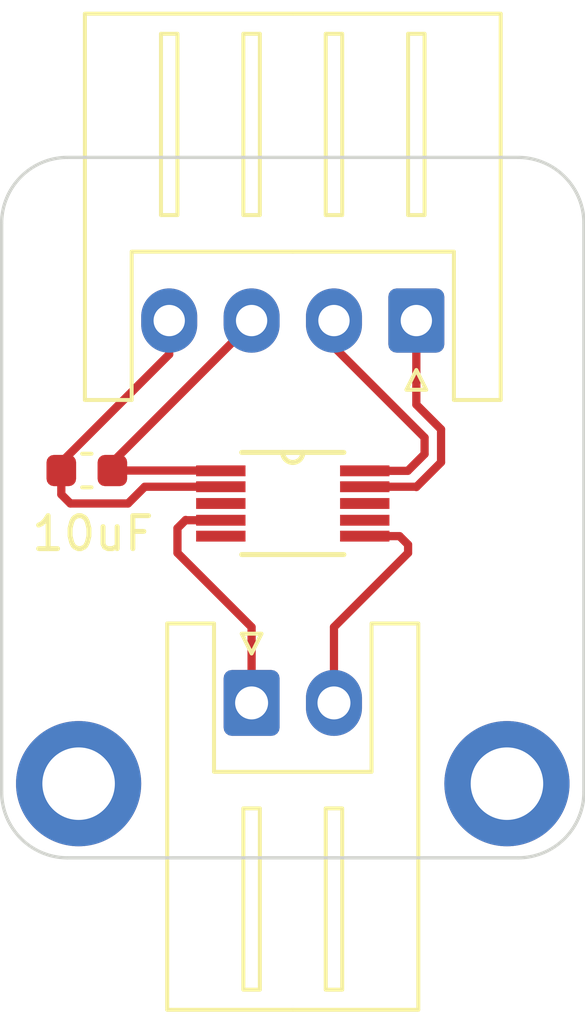
<source format=kicad_pcb>
(kicad_pcb (version 20221018) (generator pcbnew)
  (layers (0 "F.Cu" signal) (31 "B.Cu" signal) (34 "B.Paste" user) (35 "F.Paste" user) (36 "B.SilkS" user "B.Silkscreen") (37 "F.SilkS" user "F.Silkscreen") (38 "B.Mask" user) (39 "F.Mask" user) (44 "Edge.Cuts" user))
  (net 0 "")
  (footprint "ICLR:SOP50P490X110-10N" (layer "F.Cu") (at 179 122.5)
    (fp_text reference "REF**" hide)
    (fp_text value "SOP50P490X110-10N" hide)
    (fp_line (start -1.5494 1.5494) (end 1.5494 1.5494) (stroke (width 0.1524)) (layer "F.SilkS"))
    (fp_line (start -0.3048 -1.5494) (end -1.5494 -1.5494) (stroke (width 0.1524)) (layer "F.SilkS"))
    (fp_line (start 0.3048 -1.5494) (end -0.3048 -1.5494) (stroke (width 0.1524)) (layer "F.SilkS"))
    (fp_line (start 1.5494 -1.5494) (end 0.3048 -1.5494) (stroke (width 0.1524)) (layer "F.SilkS"))
    (fp_arc (start 0.3048 -1.5494) (mid 0 -1.2446) (end -0.3048 -1.5494) (stroke (width 0.1524)) (layer "F.SilkS"))
    (pad "1" smd rect (at -2.1844 -0.9906) (size 1.4986 0.3302) (layers "F.Cu" "F.Paste" "F.Mask"))
    (pad "2" smd rect (at -2.1844 -0.508) (size 1.4986 0.3302) (layers "F.Cu" "F.Paste" "F.Mask"))
    (pad "3" smd rect (at -2.1844 0) (size 1.4986 0.3302) (layers "F.Cu" "F.Paste" "F.Mask"))
    (pad "4" smd rect (at -2.1844 0.508) (size 1.4986 0.3302) (layers "F.Cu" "F.Paste" "F.Mask"))
    (pad "5" smd rect (at -2.1844 0.9906) (size 1.4986 0.3302) (layers "F.Cu" "F.Paste" "F.Mask"))
    (pad "6" smd rect (at 2.1844 0.9906) (size 1.4986 0.3302) (layers "F.Cu" "F.Paste" "F.Mask"))
    (pad "7" smd rect (at 2.1844 0.508) (size 1.4986 0.3302) (layers "F.Cu" "F.Paste" "F.Mask"))
    (pad "8" smd rect (at 2.1844 0) (size 1.4986 0.3302) (layers "F.Cu" "F.Paste" "F.Mask"))
    (pad "9" smd rect (at 2.1844 -0.508) (size 1.4986 0.3302) (layers "F.Cu" "F.Paste" "F.Mask"))
    (pad "10" smd rect (at 2.1844 -0.9906) (size 1.4986 0.3302) (layers "F.Cu" "F.Paste" "F.Mask"))
  )
  (footprint "Connector_JST:JST_XH_S4B-XH-A_1x04_P2.50mm_Horizontal" (layer "F.Cu") (at 182.75 116.95 180)
    (fp_text reference "REF**" hide)
    (fp_text value "JST_XH_S4B-XH-A_1x04_P2.50mm_Horizontal" hide)
    (fp_line (start -2.56 -2.41) (end -1.14 -2.41) (stroke (width 0.12)) (layer "F.SilkS"))
    (fp_line (start -2.56 9.31) (end -2.56 -2.41) (stroke (width 0.12)) (layer "F.SilkS"))
    (fp_line (start -1.14 -2.41) (end -1.14 2.09) (stroke (width 0.12)) (layer "F.SilkS"))
    (fp_line (start -1.14 2.09) (end 3.75 2.09) (stroke (width 0.12)) (layer "F.SilkS"))
    (fp_line (start -0.3 -2.1) (end 0.3 -2.1) (stroke (width 0.12)) (layer "F.SilkS"))
    (fp_line (start -0.25 3.2) (end -0.25 8.7) (stroke (width 0.12)) (layer "F.SilkS"))
    (fp_line (start -0.25 8.7) (end 0.25 8.7) (stroke (width 0.12)) (layer "F.SilkS"))
    (fp_line (start 0 -1.5) (end -0.3 -2.1) (stroke (width 0.12)) (layer "F.SilkS"))
    (fp_line (start 0.25 3.2) (end -0.25 3.2) (stroke (width 0.12)) (layer "F.SilkS"))
    (fp_line (start 0.25 8.7) (end 0.25 3.2) (stroke (width 0.12)) (layer "F.SilkS"))
    (fp_line (start 0.3 -2.1) (end 0 -1.5) (stroke (width 0.12)) (layer "F.SilkS"))
    (fp_line (start 2.25 3.2) (end 2.25 8.7) (stroke (width 0.12)) (layer "F.SilkS"))
    (fp_line (start 2.25 8.7) (end 2.75 8.7) (stroke (width 0.12)) (layer "F.SilkS"))
    (fp_line (start 2.75 3.2) (end 2.25 3.2) (stroke (width 0.12)) (layer "F.SilkS"))
    (fp_line (start 2.75 8.7) (end 2.75 3.2) (stroke (width 0.12)) (layer "F.SilkS"))
    (fp_line (start 3.75 9.31) (end -2.56 9.31) (stroke (width 0.12)) (layer "F.SilkS"))
    (fp_line (start 3.75 9.31) (end 10.06 9.31) (stroke (width 0.12)) (layer "F.SilkS"))
    (fp_line (start 4.75 3.2) (end 4.75 8.7) (stroke (width 0.12)) (layer "F.SilkS"))
    (fp_line (start 4.75 8.7) (end 5.25 8.7) (stroke (width 0.12)) (layer "F.SilkS"))
    (fp_line (start 5.25 3.2) (end 4.75 3.2) (stroke (width 0.12)) (layer "F.SilkS"))
    (fp_line (start 5.25 8.7) (end 5.25 3.2) (stroke (width 0.12)) (layer "F.SilkS"))
    (fp_line (start 7.25 3.2) (end 7.25 8.7) (stroke (width 0.12)) (layer "F.SilkS"))
    (fp_line (start 7.25 8.7) (end 7.75 8.7) (stroke (width 0.12)) (layer "F.SilkS"))
    (fp_line (start 7.75 3.2) (end 7.25 3.2) (stroke (width 0.12)) (layer "F.SilkS"))
    (fp_line (start 7.75 8.7) (end 7.75 3.2) (stroke (width 0.12)) (layer "F.SilkS"))
    (fp_line (start 8.64 -2.41) (end 8.64 2.09) (stroke (width 0.12)) (layer "F.SilkS"))
    (fp_line (start 8.64 2.09) (end 3.75 2.09) (stroke (width 0.12)) (layer "F.SilkS"))
    (fp_line (start 10.06 -2.41) (end 8.64 -2.41) (stroke (width 0.12)) (layer "F.SilkS"))
    (fp_line (start 10.06 9.31) (end 10.06 -2.41) (stroke (width 0.12)) (layer "F.SilkS"))
    (pad "1" thru_hole roundrect (at 0 0 180) (size 1.7 1.95) (drill 0.95) (layers "*.Cu" "*.Mask") (roundrect_rratio 0.147059))
    (pad "2" thru_hole oval (at 2.5 0 180) (size 1.7 1.95) (drill 0.95) (layers "*.Cu" "*.Mask"))
    (pad "3" thru_hole oval (at 5 0 180) (size 1.7 1.95) (drill 0.95) (layers "*.Cu" "*.Mask"))
    (pad "4" thru_hole oval (at 7.5 0 180) (size 1.7 1.95) (drill 0.95) (layers "*.Cu" "*.Mask"))
  )
  (footprint "Capacitor_SMD:C_0603_1608Metric" (layer "F.Cu") (at 172.75 121.5)
    (fp_text reference "REF**" hide)
    (fp_text value "C_0603_1608Metric" hide)
    (fp_line (start -0.14058 -0.51) (end 0.14058 -0.51) (stroke (width 0.12)) (layer "F.SilkS"))
    (fp_line (start -0.14058 0.51) (end 0.14058 0.51) (stroke (width 0.12)) (layer "F.SilkS"))
    (pad "1" smd roundrect (at -0.775 0) (size 0.9 0.95) (layers "F.Cu" "F.Paste" "F.Mask"))
    (pad "2" smd roundrect (at 0.775 0) (size 0.9 0.95) (layers "F.Cu" "F.Paste" "F.Mask"))
  )
  (footprint "MountingHole:MountingHole_2.2mm_M2_DIN965_Pad" (layer "F.Cu") (at 185.5 131 -90)
    (fp_text reference "REF**" hide)
    (fp_text value "MountingHole_2.2mm_M2_DIN965_Pad" hide)
    (pad "1" thru_hole circle (at 0 0 270) (size 3.8 3.8) (drill 2.2) (layers "*.Cu" "*.Mask"))
  )
  (footprint "MountingHole:MountingHole_2.2mm_M2_DIN965_Pad" (layer "F.Cu") (at 172.5 131 -90)
    (fp_text reference "REF**" hide)
    (fp_text value "MountingHole_2.2mm_M2_DIN965_Pad" hide)
    (pad "1" thru_hole circle (at 0 0 270) (size 3.8 3.8) (drill 2.2) (layers "*.Cu" "*.Mask"))
  )
  (footprint "Connector_JST:JST_XH_S2B-XH-A_1x02_P2.50mm_Horizontal" (layer "F.Cu") (at 177.75 128.55)
    (fp_text reference "REF**" hide)
    (fp_text value "JST_XH_S2B-XH-A_1x02_P2.50mm_Horizontal" hide)
    (fp_line (start -2.56 -2.41) (end -1.14 -2.41) (stroke (width 0.12)) (layer "F.SilkS"))
    (fp_line (start -2.56 9.31) (end -2.56 -2.41) (stroke (width 0.12)) (layer "F.SilkS"))
    (fp_line (start -1.14 -2.41) (end -1.14 2.09) (stroke (width 0.12)) (layer "F.SilkS"))
    (fp_line (start -1.14 2.09) (end 1.25 2.09) (stroke (width 0.12)) (layer "F.SilkS"))
    (fp_line (start -0.3 -2.1) (end 0.3 -2.1) (stroke (width 0.12)) (layer "F.SilkS"))
    (fp_line (start -0.25 3.2) (end -0.25 8.7) (stroke (width 0.12)) (layer "F.SilkS"))
    (fp_line (start -0.25 8.7) (end 0.25 8.7) (stroke (width 0.12)) (layer "F.SilkS"))
    (fp_line (start 0 -1.5) (end -0.3 -2.1) (stroke (width 0.12)) (layer "F.SilkS"))
    (fp_line (start 0.25 3.2) (end -0.25 3.2) (stroke (width 0.12)) (layer "F.SilkS"))
    (fp_line (start 0.25 8.7) (end 0.25 3.2) (stroke (width 0.12)) (layer "F.SilkS"))
    (fp_line (start 0.3 -2.1) (end 0 -1.5) (stroke (width 0.12)) (layer "F.SilkS"))
    (fp_line (start 1.25 9.31) (end -2.56 9.31) (stroke (width 0.12)) (layer "F.SilkS"))
    (fp_line (start 1.25 9.31) (end 5.06 9.31) (stroke (width 0.12)) (layer "F.SilkS"))
    (fp_line (start 2.25 3.2) (end 2.25 8.7) (stroke (width 0.12)) (layer "F.SilkS"))
    (fp_line (start 2.25 8.7) (end 2.75 8.7) (stroke (width 0.12)) (layer "F.SilkS"))
    (fp_line (start 2.75 3.2) (end 2.25 3.2) (stroke (width 0.12)) (layer "F.SilkS"))
    (fp_line (start 2.75 8.7) (end 2.75 3.2) (stroke (width 0.12)) (layer "F.SilkS"))
    (fp_line (start 3.64 -2.41) (end 3.64 2.09) (stroke (width 0.12)) (layer "F.SilkS"))
    (fp_line (start 3.64 2.09) (end 1.25 2.09) (stroke (width 0.12)) (layer "F.SilkS"))
    (fp_line (start 5.06 -2.41) (end 3.64 -2.41) (stroke (width 0.12)) (layer "F.SilkS"))
    (fp_line (start 5.06 9.31) (end 5.06 -2.41) (stroke (width 0.12)) (layer "F.SilkS"))
    (pad "1" thru_hole roundrect (at 0 0) (size 1.7 2) (drill 1) (layers "*.Cu" "*.Mask") (roundrect_rratio 0.147059))
    (pad "2" thru_hole oval (at 2.5 0) (size 1.7 2) (drill 1) (layers "*.Cu" "*.Mask"))
  )
  (gr_arc (start 185.835786 112) (mid 187.25 112.585786) (end 187.835786 114) (stroke (width 0.1)) (layer "Edge.Cuts"))
  (gr_line (start 187.835786 114) (end 187.835786 131.25) (stroke (width 0.1)) (layer "Edge.Cuts"))
  (gr_arc (start 187.835786 131.25) (mid 187.25 132.664214) (end 185.835786 133.25) (stroke (width 0.1)) (layer "Edge.Cuts"))
  (gr_arc (start 172.164214 133.25) (mid 170.75 132.664214) (end 170.164214 131.25) (stroke (width 0.1)) (layer "Edge.Cuts"))
  (gr_line (start 172.164214 112) (end 185.835786 112) (stroke (width 0.1)) (layer "Edge.Cuts"))
  (gr_line (start 185.835786 133.25) (end 172.164214 133.25) (stroke (width 0.1)) (layer "Edge.Cuts"))
  (gr_arc (start 170.164214 114) (mid 170.75 112.585786) (end 172.164214 112) (stroke (width 0.1)) (layer "Edge.Cuts"))
  (gr_line (start 170.164214 114) (end 170.164214 131.25) (stroke (width 0.1)) (layer "Edge.Cuts"))
  (gr_text "10uF\n" (at 171 124) (layer "F.SilkS") (effects (font (size 1 1)) (justify left bottom)))
  (segment (start 177.75 126.25) (end 175.5 124) (width 0.25) (layer "F.Cu") (net 0))
  (segment (start 180.25 128.55) (end 180.25 126.25) (width 0.25) (layer "F.Cu") (net 0))
  (segment (start 175.758 123.008) (end 176.8156 123.008) (width 0.25) (layer "F.Cu") (net 0))
  (segment (start 182.5 123.75) (end 182.2406 123.4906) (width 0.25) (layer "F.Cu") (net 0))
  (segment (start 182.742 121.992) (end 181.1844 121.992) (width 0.25) (layer "F.Cu") (net 0))
  (segment (start 172.25 122.5) (end 174 122.5) (width 0.25) (layer "F.Cu") (net 0))
  (segment (start 182.4906 121.5094) (end 181.1844 121.5094) (width 0.25) (layer "F.Cu") (net 0))
  (segment (start 177.75 128.55) (end 177.75 126.25) (width 0.25) (layer "F.Cu") (net 0))
  (segment (start 182.75 122) (end 182.742 121.992) (width 0.25) (layer "F.Cu") (net 0))
  (segment (start 176.8062 121.5) (end 176.8156 121.5094) (width 0.25) (layer "F.Cu") (net 0))
  (segment (start 175.5 123.25) (end 175.75 123) (width 0.25) (layer "F.Cu") (net 0))
  (segment (start 180.25 116.95) (end 180.25 117.75) (width 0.25) (layer "F.Cu") (net 0))
  (segment (start 175.25 116.95) (end 175.25 117.975) (width 0.25) (layer "F.Cu") (net 0))
  (segment (start 171.975 121.5) (end 171.975 122.225) (width 0.25) (layer "F.Cu") (net 0))
  (segment (start 182.2406 123.4906) (end 181.1844 123.4906) (width 0.25) (layer "F.Cu") (net 0))
  (segment (start 171.975 122.225) (end 172.25 122.5) (width 0.25) (layer "F.Cu") (net 0))
  (segment (start 183.5 121.25) (end 182.75 122) (width 0.25) (layer "F.Cu") (net 0))
  (segment (start 175.25 117.975) (end 171.975 121.25) (width 0.25) (layer "F.Cu") (net 0))
  (segment (start 182.5 124) (end 182.5 123.75) (width 0.25) (layer "F.Cu") (net 0))
  (segment (start 175.75 123) (end 175.758 123.008) (width 0.25) (layer "F.Cu") (net 0))
  (segment (start 177.75 116.95) (end 177.75 117.025) (width 0.25) (layer "F.Cu") (net 0))
  (segment (start 174 122.5) (end 174.508 121.992) (width 0.25) (layer "F.Cu") (net 0))
  (segment (start 182.75 116.95) (end 182.75 119.5) (width 0.25) (layer "F.Cu") (net 0))
  (segment (start 183.5 120.25) (end 183.5 121.25) (width 0.25) (layer "F.Cu") (net 0))
  (segment (start 180.25 117.75) (end 183 120.5) (width 0.25) (layer "F.Cu") (net 0))
  (segment (start 175.5 124) (end 175.5 123.25) (width 0.25) (layer "F.Cu") (net 0))
  (segment (start 180.25 126.25) (end 182.5 124) (width 0.25) (layer "F.Cu") (net 0))
  (segment (start 174.508 121.992) (end 176.8156 121.992) (width 0.25) (layer "F.Cu") (net 0))
  (segment (start 182.75 119.5) (end 183.5 120.25) (width 0.25) (layer "F.Cu") (net 0))
  (segment (start 183 121) (end 182.4906 121.5094) (width 0.25) (layer "F.Cu") (net 0))
  (segment (start 183 120.5) (end 183 121) (width 0.25) (layer "F.Cu") (net 0))
  (segment (start 177.75 117.025) (end 173.525 121.25) (width 0.25) (layer "F.Cu") (net 0))
  (segment (start 173.525 121.5) (end 176.8062 121.5) (width 0.25) (layer "F.Cu") (net 0))
)
</source>
